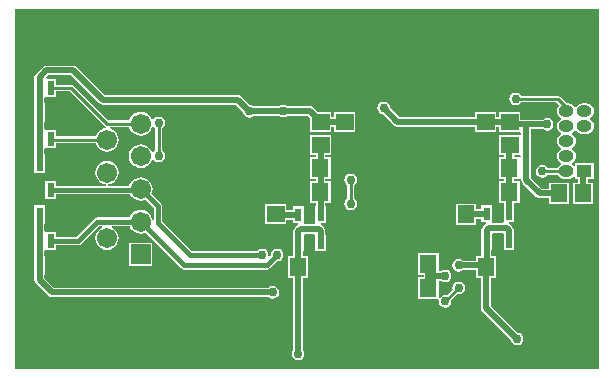
<source format=gbl>
%FSLAX23Y23*%
%MOIN*%
G70*
G01*
G75*
G04 Layer_Physical_Order=2*
G04 Layer_Color=16711680*
%ADD10R,0.059X0.055*%
%ADD11R,0.100X0.060*%
%ADD12R,0.055X0.059*%
%ADD13R,0.071X0.075*%
%ADD14R,0.055X0.016*%
%ADD15O,0.083X0.010*%
%ADD16O,0.010X0.083*%
%ADD17R,0.217X0.079*%
%ADD18R,0.010X0.055*%
%ADD19R,0.055X0.010*%
%ADD20R,0.163X0.163*%
%ADD21C,0.010*%
%ADD22C,0.020*%
%ADD23C,0.015*%
%ADD24O,0.050X0.040*%
%ADD25R,0.050X0.040*%
%ADD26C,0.187*%
%ADD27R,0.067X0.067*%
%ADD28C,0.067*%
%ADD29C,0.030*%
%ADD30R,0.024X0.051*%
%ADD31R,0.024X0.043*%
G36*
X1958Y30D02*
X10D01*
Y1230D01*
X1958D01*
Y30D01*
D02*
G37*
%LPC*%
G36*
X469Y451D02*
X391D01*
Y373D01*
X469D01*
Y451D01*
D02*
G37*
G36*
X1066Y809D02*
X994D01*
Y742D01*
X1014D01*
Y736D01*
X996D01*
Y664D01*
X1014D01*
Y656D01*
X996D01*
Y584D01*
X1014D01*
Y572D01*
X1012D01*
Y519D01*
X1012Y517D01*
X1009Y514D01*
X1009Y514D01*
X977D01*
X973Y517D01*
X973Y519D01*
Y572D01*
X937D01*
Y561D01*
X916D01*
Y579D01*
X844D01*
Y512D01*
X916D01*
Y528D01*
X937D01*
Y517D01*
X955D01*
X955Y515D01*
X956Y512D01*
X951Y509D01*
X944Y501D01*
X940Y496D01*
X939Y490D01*
Y478D01*
X937D01*
Y422D01*
X939D01*
Y406D01*
X922D01*
Y334D01*
X939D01*
Y94D01*
X935Y88D01*
X934Y80D01*
X935Y72D01*
X940Y65D01*
X947Y60D01*
X955Y59D01*
X963Y60D01*
X970Y65D01*
X975Y72D01*
X976Y80D01*
X975Y88D01*
X972Y93D01*
Y334D01*
X989D01*
Y406D01*
X972D01*
Y422D01*
X973D01*
Y478D01*
X977Y481D01*
X1009D01*
X1012Y478D01*
Y422D01*
X1048D01*
Y478D01*
X1046D01*
Y490D01*
X1045Y496D01*
X1042Y501D01*
X1034Y509D01*
X1030Y512D01*
X1030Y515D01*
X1030Y517D01*
X1048D01*
Y572D01*
X1046D01*
Y584D01*
X1063D01*
Y656D01*
X1046D01*
Y664D01*
X1063D01*
Y736D01*
X1046D01*
Y742D01*
X1066D01*
Y809D01*
D02*
G37*
G36*
X1423Y416D02*
X1356D01*
Y344D01*
X1373D01*
Y340D01*
Y336D01*
X1356D01*
Y264D01*
X1421D01*
X1425Y260D01*
X1424Y255D01*
X1425Y247D01*
X1430Y240D01*
X1437Y235D01*
X1445Y234D01*
X1453Y235D01*
X1460Y240D01*
X1465Y247D01*
X1466Y255D01*
X1465Y260D01*
X1485Y280D01*
X1490Y279D01*
X1498Y280D01*
X1505Y285D01*
X1510Y292D01*
X1511Y300D01*
X1510Y308D01*
X1505Y315D01*
X1498Y320D01*
X1490Y321D01*
X1482Y320D01*
X1475Y315D01*
X1470Y308D01*
X1469Y300D01*
X1470Y295D01*
X1450Y275D01*
X1445Y276D01*
X1437Y275D01*
X1430Y270D01*
X1428Y267D01*
X1423Y269D01*
Y324D01*
X1432D01*
X1437Y320D01*
X1445Y319D01*
X1453Y320D01*
X1460Y325D01*
X1465Y332D01*
X1466Y340D01*
X1465Y348D01*
X1460Y355D01*
X1453Y360D01*
X1445Y361D01*
X1437Y360D01*
X1432Y356D01*
X1423D01*
Y416D01*
D02*
G37*
G36*
X1034Y398D02*
X1028Y397D01*
X1023Y393D01*
X1019Y388D01*
X1018Y382D01*
Y370D01*
X1019Y364D01*
X1023Y358D01*
X1028Y355D01*
X1034Y354D01*
X1041Y355D01*
X1046Y358D01*
X1049Y364D01*
X1051Y370D01*
Y382D01*
X1049Y388D01*
X1046Y393D01*
X1041Y397D01*
X1034Y398D01*
D02*
G37*
G36*
X1130Y681D02*
X1122Y680D01*
X1115Y675D01*
X1110Y668D01*
X1109Y660D01*
X1110Y652D01*
X1115Y645D01*
X1119Y642D01*
Y598D01*
X1115Y595D01*
X1110Y588D01*
X1109Y580D01*
X1110Y572D01*
X1115Y565D01*
X1122Y560D01*
X1130Y559D01*
X1138Y560D01*
X1145Y565D01*
X1150Y572D01*
X1151Y580D01*
X1150Y588D01*
X1145Y595D01*
X1141Y598D01*
Y642D01*
X1145Y645D01*
X1150Y652D01*
X1151Y660D01*
X1150Y668D01*
X1145Y675D01*
X1138Y680D01*
X1130Y681D01*
D02*
G37*
G36*
X205Y1041D02*
X115D01*
X109Y1040D01*
X103Y1037D01*
X81Y1014D01*
X78Y1009D01*
X76Y1003D01*
Y915D01*
X75D01*
Y852D01*
X76D01*
Y745D01*
X75D01*
Y682D01*
X110D01*
Y745D01*
X109D01*
Y761D01*
X112Y765D01*
X114Y765D01*
X148D01*
Y782D01*
X280D01*
X284Y774D01*
X290Y765D01*
X298Y759D01*
X308Y755D01*
X318Y754D01*
X328Y755D01*
X338Y759D01*
X346Y765D01*
X352Y774D01*
X356Y783D01*
X358Y794D01*
X356Y804D01*
X352Y813D01*
X346Y822D01*
X338Y828D01*
X328Y832D01*
X328Y832D01*
X328Y837D01*
X392D01*
X396Y828D01*
X402Y820D01*
X410Y814D01*
X420Y810D01*
X430Y808D01*
X440Y810D01*
X450Y814D01*
X458Y820D01*
X464Y828D01*
X468Y837D01*
X471Y838D01*
X473Y837D01*
X475Y835D01*
X479Y832D01*
Y758D01*
X475Y755D01*
X473Y752D01*
X467Y752D01*
X464Y759D01*
X458Y767D01*
X450Y773D01*
X440Y777D01*
X430Y779D01*
X420Y777D01*
X410Y773D01*
X402Y767D01*
X396Y759D01*
X392Y749D01*
X390Y739D01*
X392Y729D01*
X396Y719D01*
X402Y711D01*
X410Y705D01*
X420Y701D01*
X430Y699D01*
X440Y701D01*
X450Y705D01*
X458Y711D01*
X464Y719D01*
X467Y727D01*
X472Y728D01*
X473Y728D01*
X475Y725D01*
X482Y720D01*
X490Y719D01*
X498Y720D01*
X505Y725D01*
X510Y732D01*
X511Y740D01*
X510Y748D01*
X505Y755D01*
X501Y758D01*
Y832D01*
X505Y835D01*
X510Y842D01*
X511Y850D01*
X510Y858D01*
X505Y865D01*
X498Y870D01*
X490Y871D01*
X482Y870D01*
X475Y865D01*
X472Y861D01*
X467Y862D01*
X464Y868D01*
X458Y876D01*
X450Y882D01*
X440Y886D01*
X430Y888D01*
X420Y886D01*
X410Y882D01*
X402Y876D01*
X396Y868D01*
X392Y859D01*
X322D01*
X207Y974D01*
X203Y977D01*
X199Y978D01*
X199Y978D01*
X148D01*
Y998D01*
X118D01*
X116Y1003D01*
X122Y1009D01*
X198D01*
X291Y915D01*
X297Y912D01*
X303Y911D01*
X746D01*
X771Y886D01*
X772Y882D01*
X776Y875D01*
X783Y870D01*
X791Y868D01*
X800Y870D01*
X805Y874D01*
X892D01*
X897Y870D01*
X905Y869D01*
X913Y870D01*
X918Y874D01*
X988D01*
X994Y867D01*
Y821D01*
X1066D01*
Y838D01*
X1074D01*
Y821D01*
X1146D01*
Y888D01*
X1074D01*
Y871D01*
X1066D01*
Y888D01*
X1020D01*
X1006Y902D01*
X1001Y905D01*
X994Y906D01*
X918D01*
X913Y910D01*
X905Y911D01*
X897Y910D01*
X892Y906D01*
X804D01*
X800Y910D01*
X792Y911D01*
X765Y939D01*
X759Y942D01*
X753Y943D01*
X310D01*
X217Y1037D01*
X211Y1040D01*
X205Y1041D01*
D02*
G37*
G36*
X1240Y921D02*
X1232Y920D01*
X1225Y915D01*
X1220Y908D01*
X1219Y900D01*
X1220Y892D01*
X1225Y885D01*
X1232Y880D01*
X1238Y879D01*
X1274Y843D01*
X1279Y839D01*
X1286Y838D01*
X1544D01*
Y821D01*
X1616D01*
Y838D01*
X1624D01*
Y821D01*
X1696D01*
X1699Y817D01*
Y813D01*
X1696Y809D01*
X1694Y809D01*
X1624D01*
Y742D01*
X1641D01*
Y736D01*
X1626D01*
Y664D01*
X1641D01*
Y656D01*
X1626D01*
Y584D01*
X1641D01*
Y575D01*
X1640D01*
Y521D01*
X1640Y520D01*
X1636Y516D01*
X1636Y516D01*
X1604D01*
X1600Y520D01*
X1600Y521D01*
Y575D01*
X1565D01*
Y564D01*
X1548D01*
Y581D01*
X1481D01*
Y509D01*
X1548D01*
Y531D01*
X1565D01*
Y520D01*
X1582D01*
X1583Y518D01*
X1583Y515D01*
X1578Y512D01*
X1571Y504D01*
X1568Y499D01*
X1566Y493D01*
Y480D01*
X1565D01*
Y425D01*
X1566D01*
Y406D01*
X1547D01*
Y391D01*
X1504D01*
X1499Y395D01*
X1490Y396D01*
X1482Y395D01*
X1475Y390D01*
X1471Y383D01*
X1469Y375D01*
X1471Y367D01*
X1475Y360D01*
X1482Y355D01*
X1490Y354D01*
X1499Y355D01*
X1504Y359D01*
X1547D01*
Y334D01*
X1564D01*
Y234D01*
X1566Y228D01*
X1569Y223D01*
X1664Y128D01*
X1665Y122D01*
X1670Y115D01*
X1677Y110D01*
X1685Y109D01*
X1693Y110D01*
X1700Y115D01*
X1705Y122D01*
X1706Y130D01*
X1705Y138D01*
X1700Y145D01*
X1693Y150D01*
X1687Y151D01*
X1597Y241D01*
Y334D01*
X1614D01*
Y406D01*
X1599D01*
Y425D01*
X1600D01*
Y480D01*
X1604Y484D01*
X1636D01*
X1640Y480D01*
Y425D01*
X1675D01*
Y480D01*
X1674D01*
Y493D01*
X1672Y499D01*
X1669Y504D01*
X1662Y512D01*
X1657Y515D01*
X1657Y518D01*
X1658Y520D01*
X1675D01*
Y575D01*
X1674D01*
Y584D01*
X1693D01*
Y656D01*
X1674D01*
Y664D01*
X1693D01*
Y736D01*
X1678D01*
X1676Y741D01*
X1677Y742D01*
X1694D01*
X1696Y742D01*
X1699Y738D01*
X1699Y738D01*
Y660D01*
X1700Y654D01*
X1703Y648D01*
X1748Y603D01*
X1754Y600D01*
X1760Y599D01*
X1792D01*
Y579D01*
X1859D01*
Y651D01*
X1792D01*
Y631D01*
X1767D01*
X1731Y667D01*
Y829D01*
X1772D01*
X1777Y825D01*
X1785Y824D01*
X1793Y825D01*
X1800Y830D01*
X1805Y837D01*
X1806Y845D01*
X1805Y853D01*
X1800Y860D01*
X1793Y865D01*
X1785Y866D01*
X1777Y865D01*
X1772Y861D01*
X1696D01*
Y888D01*
X1624D01*
Y871D01*
X1616D01*
Y888D01*
X1544D01*
Y871D01*
X1292D01*
X1261Y902D01*
X1260Y908D01*
X1255Y915D01*
X1248Y920D01*
X1240Y921D01*
D02*
G37*
G36*
X1680Y951D02*
X1672Y950D01*
X1665Y945D01*
X1660Y938D01*
X1659Y930D01*
X1660Y922D01*
X1665Y915D01*
X1672Y910D01*
X1680Y909D01*
X1688Y910D01*
X1695Y915D01*
X1698Y919D01*
X1815D01*
X1826Y908D01*
X1826Y908D01*
X1822Y902D01*
X1819Y896D01*
X1818Y889D01*
X1819Y882D01*
X1822Y876D01*
X1826Y870D01*
X1831Y867D01*
X1831Y864D01*
X1831Y861D01*
X1826Y858D01*
X1822Y852D01*
X1819Y846D01*
X1818Y839D01*
X1819Y832D01*
X1822Y826D01*
X1826Y820D01*
X1831Y817D01*
X1831Y814D01*
X1831Y811D01*
X1826Y808D01*
X1822Y802D01*
X1819Y796D01*
X1818Y789D01*
X1819Y782D01*
X1822Y776D01*
X1826Y770D01*
X1831Y767D01*
X1831Y764D01*
X1831Y761D01*
X1826Y758D01*
X1822Y752D01*
X1819Y746D01*
X1818Y739D01*
X1819Y732D01*
X1822Y726D01*
X1826Y720D01*
X1831Y717D01*
X1831Y714D01*
X1831Y711D01*
X1826Y708D01*
X1822Y702D01*
X1821Y700D01*
X1786D01*
X1784Y704D01*
X1777Y709D01*
X1768Y710D01*
X1760Y709D01*
X1753Y704D01*
X1749Y697D01*
X1747Y689D01*
X1749Y681D01*
X1753Y674D01*
X1760Y669D01*
X1768Y667D01*
X1777Y669D01*
X1784Y674D01*
X1786Y678D01*
X1821D01*
X1822Y676D01*
X1826Y670D01*
X1831Y666D01*
X1838Y664D01*
X1844Y663D01*
X1854D01*
X1861Y664D01*
X1867Y666D01*
X1873Y670D01*
X1873Y671D01*
X1878Y669D01*
Y663D01*
X1888D01*
Y651D01*
X1871D01*
Y579D01*
X1938D01*
Y651D01*
X1921D01*
Y663D01*
X1940D01*
Y715D01*
X1878D01*
Y709D01*
X1873Y707D01*
X1873Y708D01*
X1868Y711D01*
X1868Y714D01*
X1868Y717D01*
X1873Y720D01*
X1877Y726D01*
X1880Y732D01*
X1881Y739D01*
X1880Y746D01*
X1877Y752D01*
X1873Y758D01*
X1868Y761D01*
X1868Y764D01*
X1868Y767D01*
X1873Y770D01*
X1877Y776D01*
X1880Y782D01*
X1881Y789D01*
X1880Y796D01*
X1877Y802D01*
X1873Y808D01*
X1868Y811D01*
X1868Y814D01*
X1868Y817D01*
X1873Y820D01*
X1877Y825D01*
X1879Y826D01*
X1882Y825D01*
X1886Y820D01*
X1891Y816D01*
X1898Y814D01*
X1904Y813D01*
X1914D01*
X1921Y814D01*
X1927Y816D01*
X1933Y820D01*
X1937Y826D01*
X1940Y832D01*
X1941Y839D01*
X1940Y846D01*
X1937Y852D01*
X1933Y858D01*
X1928Y861D01*
X1928Y864D01*
X1928Y867D01*
X1933Y870D01*
X1937Y876D01*
X1940Y882D01*
X1941Y889D01*
X1940Y896D01*
X1937Y902D01*
X1933Y908D01*
X1927Y912D01*
X1921Y914D01*
X1914Y915D01*
X1904D01*
X1898Y914D01*
X1891Y912D01*
X1886Y908D01*
X1882Y903D01*
X1879Y902D01*
X1877Y903D01*
X1873Y908D01*
X1867Y912D01*
X1861Y914D01*
X1854Y915D01*
X1851D01*
X1828Y938D01*
X1824Y940D01*
X1820Y941D01*
X1820Y941D01*
X1698D01*
X1695Y945D01*
X1688Y950D01*
X1680Y951D01*
D02*
G37*
G36*
X318Y724D02*
X308Y723D01*
X298Y719D01*
X290Y712D01*
X284Y704D01*
X280Y695D01*
X279Y684D01*
X280Y674D01*
X284Y665D01*
X290Y656D01*
X298Y650D01*
X308Y646D01*
X310Y646D01*
X315Y645D01*
X315D01*
X316Y645D01*
X316Y645D01*
X316Y645D01*
X316Y645D01*
X316Y645D01*
X316Y640D01*
X148D01*
Y658D01*
X112D01*
Y595D01*
X148D01*
Y613D01*
X395D01*
X396Y610D01*
X402Y602D01*
X410Y596D01*
X420Y592D01*
X430Y590D01*
X440Y592D01*
X446Y594D01*
X474Y567D01*
Y527D01*
X469Y527D01*
X468Y531D01*
X464Y541D01*
X458Y549D01*
X450Y555D01*
X440Y559D01*
X430Y560D01*
X420Y559D01*
X410Y555D01*
X402Y549D01*
X396Y541D01*
X393Y535D01*
X286D01*
X286Y535D01*
X281Y534D01*
X276Y531D01*
X276Y531D01*
X216Y470D01*
X148D01*
Y488D01*
X114D01*
X112Y488D01*
X109Y492D01*
X109Y492D01*
Y512D01*
X110D01*
Y575D01*
X75D01*
Y512D01*
X76D01*
Y405D01*
X75D01*
Y342D01*
X76D01*
Y327D01*
X78Y321D01*
X81Y316D01*
X123Y273D01*
X129Y270D01*
X135Y269D01*
X857D01*
X862Y265D01*
X870Y264D01*
X878Y265D01*
X885Y270D01*
X890Y277D01*
X891Y285D01*
X890Y293D01*
X885Y300D01*
X878Y305D01*
X870Y306D01*
X862Y305D01*
X857Y301D01*
X142D01*
X109Y334D01*
Y342D01*
X110D01*
Y405D01*
X109D01*
Y421D01*
X112Y425D01*
X114Y425D01*
X148D01*
Y443D01*
X221D01*
X227Y444D01*
X231Y447D01*
X292Y507D01*
X301D01*
X302Y502D01*
X298Y501D01*
X290Y494D01*
X284Y486D01*
X280Y477D01*
X279Y466D01*
X280Y456D01*
X284Y447D01*
X290Y438D01*
X298Y432D01*
X308Y428D01*
X318Y427D01*
X328Y428D01*
X338Y432D01*
X346Y438D01*
X352Y447D01*
X356Y456D01*
X358Y466D01*
X356Y477D01*
X352Y486D01*
X346Y494D01*
X338Y501D01*
X334Y502D01*
X335Y507D01*
X393D01*
X396Y501D01*
X402Y493D01*
X410Y487D01*
X420Y483D01*
X430Y481D01*
X440Y483D01*
X446Y485D01*
X565Y365D01*
X565Y365D01*
X570Y362D01*
X575Y361D01*
X575Y361D01*
X850D01*
X855Y362D01*
X860Y365D01*
X883Y389D01*
X885Y389D01*
X893Y390D01*
X900Y395D01*
X905Y402D01*
X906Y410D01*
X905Y418D01*
X900Y425D01*
X893Y430D01*
X885Y431D01*
X877Y430D01*
X870Y425D01*
X865Y418D01*
X864Y410D01*
X864Y408D01*
X861Y405D01*
X856Y407D01*
X856Y410D01*
X855Y418D01*
X850Y425D01*
X843Y430D01*
X835Y431D01*
X827Y430D01*
X820Y425D01*
X819Y424D01*
X601D01*
X501Y523D01*
Y572D01*
X500Y578D01*
X499Y580D01*
X497Y582D01*
X497Y582D01*
X466Y614D01*
X468Y620D01*
X470Y630D01*
X468Y640D01*
X464Y650D01*
X458Y658D01*
X450Y664D01*
X440Y668D01*
X430Y670D01*
X420Y668D01*
X410Y664D01*
X402Y658D01*
X396Y650D01*
X392Y640D01*
X392Y640D01*
X320D01*
X320Y645D01*
X320Y645D01*
X320Y645D01*
X320Y645D01*
X321Y645D01*
X321Y645D01*
X326Y646D01*
X328Y646D01*
X338Y650D01*
X346Y656D01*
X352Y665D01*
X356Y674D01*
X358Y684D01*
X356Y695D01*
X352Y704D01*
X346Y712D01*
X338Y719D01*
X328Y723D01*
X318Y724D01*
D02*
G37*
%LPD*%
G36*
X309Y840D02*
X309Y840D01*
X313Y838D01*
X313Y838D01*
X313Y832D01*
X308Y832D01*
X298Y828D01*
X290Y822D01*
X284Y813D01*
X280Y805D01*
X148D01*
Y828D01*
X114D01*
X112Y828D01*
X109Y832D01*
X109Y832D01*
Y852D01*
X110D01*
Y915D01*
X109D01*
Y931D01*
X112Y935D01*
X114Y935D01*
X148D01*
Y955D01*
X194D01*
X309Y840D01*
D02*
G37*
D10*
X1580Y776D02*
D03*
Y854D02*
D03*
X1110Y776D02*
D03*
Y854D02*
D03*
X880Y624D02*
D03*
Y546D02*
D03*
X1660Y776D02*
D03*
Y854D02*
D03*
X1030Y776D02*
D03*
Y854D02*
D03*
D12*
X1904Y615D02*
D03*
X1826D02*
D03*
X1311Y300D02*
D03*
X1389D02*
D03*
X1311Y380D02*
D03*
X1389D02*
D03*
X1659Y370D02*
D03*
X1581D02*
D03*
Y700D02*
D03*
X1659D02*
D03*
X1581Y620D02*
D03*
X1659D02*
D03*
X1436Y545D02*
D03*
X1514D02*
D03*
X1034Y370D02*
D03*
X956D02*
D03*
X951Y620D02*
D03*
X1029D02*
D03*
X951Y700D02*
D03*
X1029D02*
D03*
D21*
X1130Y580D02*
Y660D01*
X490Y740D02*
Y850D01*
X1445Y255D02*
X1490Y300D01*
X130Y796D02*
X133Y794D01*
X318D01*
X317Y848D02*
X430D01*
X199Y966D02*
X317Y848D01*
X130Y966D02*
X199D01*
X1820Y930D02*
X1855Y895D01*
X1680Y930D02*
X1820D01*
X1849Y689D02*
X1855Y695D01*
X1768Y689D02*
X1849D01*
D22*
X753Y927D02*
X790Y890D01*
X303Y927D02*
X753D01*
X205Y1025D02*
X303Y927D01*
X955Y80D02*
Y450D01*
X1389Y340D02*
X1445D01*
X790Y890D02*
X905D01*
X1023Y497D02*
X1030Y490D01*
X963Y497D02*
X1023D01*
X955Y490D02*
X963Y497D01*
X955Y450D02*
Y490D01*
X1030Y450D02*
Y490D01*
X1650Y500D02*
X1657Y493D01*
X1590Y500D02*
X1650D01*
X1583Y493D02*
X1590Y500D01*
X1583Y453D02*
Y493D01*
X1657Y453D02*
Y493D01*
X93Y714D02*
Y884D01*
Y374D02*
Y544D01*
X135Y285D02*
X870D01*
X93Y327D02*
X135Y285D01*
X93Y327D02*
Y374D01*
Y884D02*
Y1003D01*
X115Y1025D01*
X205D01*
X1030Y854D02*
X1110D01*
X1657Y783D02*
X1659Y785D01*
X1657Y547D02*
Y783D01*
X1517Y547D02*
X1583D01*
X1514Y545D02*
X1517Y547D01*
X1583Y372D02*
Y453D01*
X1581Y370D02*
X1583Y372D01*
X1581Y234D02*
X1685Y130D01*
X1581Y234D02*
Y370D01*
X1389Y300D02*
X1389Y300D01*
X1389Y300D02*
Y340D01*
Y380D01*
X1030Y544D02*
Y776D01*
X881Y544D02*
X955D01*
X880Y546D02*
X881Y544D01*
X905Y890D02*
X994D01*
X1030Y854D01*
X1240Y900D02*
X1286Y854D01*
X1575D01*
X1660D01*
X1715Y660D02*
X1760Y615D01*
X1034Y370D02*
Y382D01*
X1389Y340D02*
X1389Y340D01*
X1660Y854D02*
X1669Y845D01*
X1715D01*
X1785D01*
X1715Y660D02*
Y845D01*
X1904Y615D02*
Y694D01*
X1905Y695D01*
X1760Y615D02*
X1826D01*
X955Y80D02*
X959D01*
X1576Y375D02*
X1581Y370D01*
X1490Y375D02*
X1576D01*
D23*
X595Y410D02*
X835D01*
X488Y517D02*
X595Y410D01*
X850Y375D02*
X885Y410D01*
X575Y375D02*
X850D01*
X430Y520D02*
X575Y375D01*
X488Y517D02*
Y572D01*
X430Y630D02*
X488Y572D01*
X430Y630D02*
X430D01*
X430Y520D02*
Y521D01*
X130Y626D02*
X426D01*
X430Y630D01*
X221Y456D02*
X286Y521D01*
X430D01*
X130Y456D02*
X221D01*
D24*
X1849Y889D02*
D03*
X1909D02*
D03*
X1849Y839D02*
D03*
X1909D02*
D03*
X1849Y789D02*
D03*
X1909D02*
D03*
X1849Y739D02*
D03*
X1909D02*
D03*
X1849Y689D02*
D03*
D25*
X1909D02*
D03*
D26*
X374Y1122D02*
D03*
Y138D02*
D03*
D27*
X430Y412D02*
D03*
D28*
X318Y466D02*
D03*
X430Y521D02*
D03*
X318Y575D02*
D03*
X430Y630D02*
D03*
X318Y684D02*
D03*
X430Y739D02*
D03*
X318Y794D02*
D03*
X430Y848D02*
D03*
D29*
X1130Y580D02*
D03*
Y660D02*
D03*
X490Y850D02*
D03*
Y740D02*
D03*
X1445Y340D02*
D03*
Y255D02*
D03*
X1490Y300D02*
D03*
X240Y850D02*
D03*
X870Y285D02*
D03*
X905Y890D02*
D03*
X895Y830D02*
D03*
X1335Y130D02*
D03*
X1043D02*
D03*
X1240Y900D02*
D03*
X1685Y130D02*
D03*
X1680Y930D02*
D03*
X1720Y475D02*
D03*
Y85D02*
D03*
X791Y890D02*
D03*
X1785Y845D02*
D03*
X240Y575D02*
D03*
X1768Y689D02*
D03*
X955Y80D02*
D03*
X835Y410D02*
D03*
X885D02*
D03*
X1490Y375D02*
D03*
D30*
X167Y884D02*
D03*
X93D02*
D03*
X130Y966D02*
D03*
X167Y714D02*
D03*
X93D02*
D03*
X130Y796D02*
D03*
X167Y544D02*
D03*
X93D02*
D03*
X130Y626D02*
D03*
X167Y374D02*
D03*
X93D02*
D03*
X130Y456D02*
D03*
D31*
X1657Y453D02*
D03*
X1620D02*
D03*
X1583D02*
D03*
Y547D02*
D03*
X1657D02*
D03*
X1030Y450D02*
D03*
X993D02*
D03*
X955D02*
D03*
Y544D02*
D03*
X1030D02*
D03*
M02*

</source>
